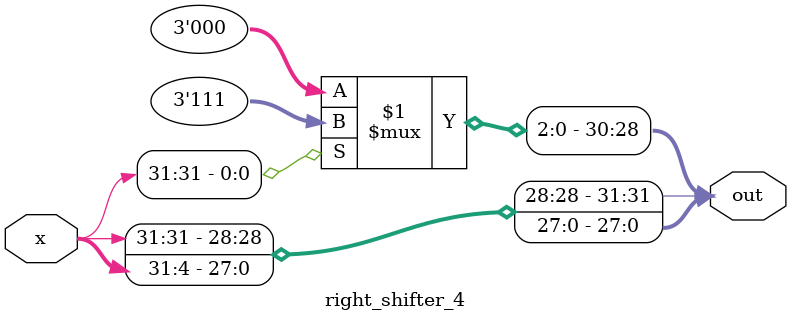
<source format=v>
module right_shifter_4(x, out);
    input [31:0] x;
    output [31:0] out;

    assign out[27:0] = x[31:4];
    assign out[30:28] = x[31] ? 3'b111 : 3'b0;
    assign out[31] = x[31];
    
endmodule
</source>
